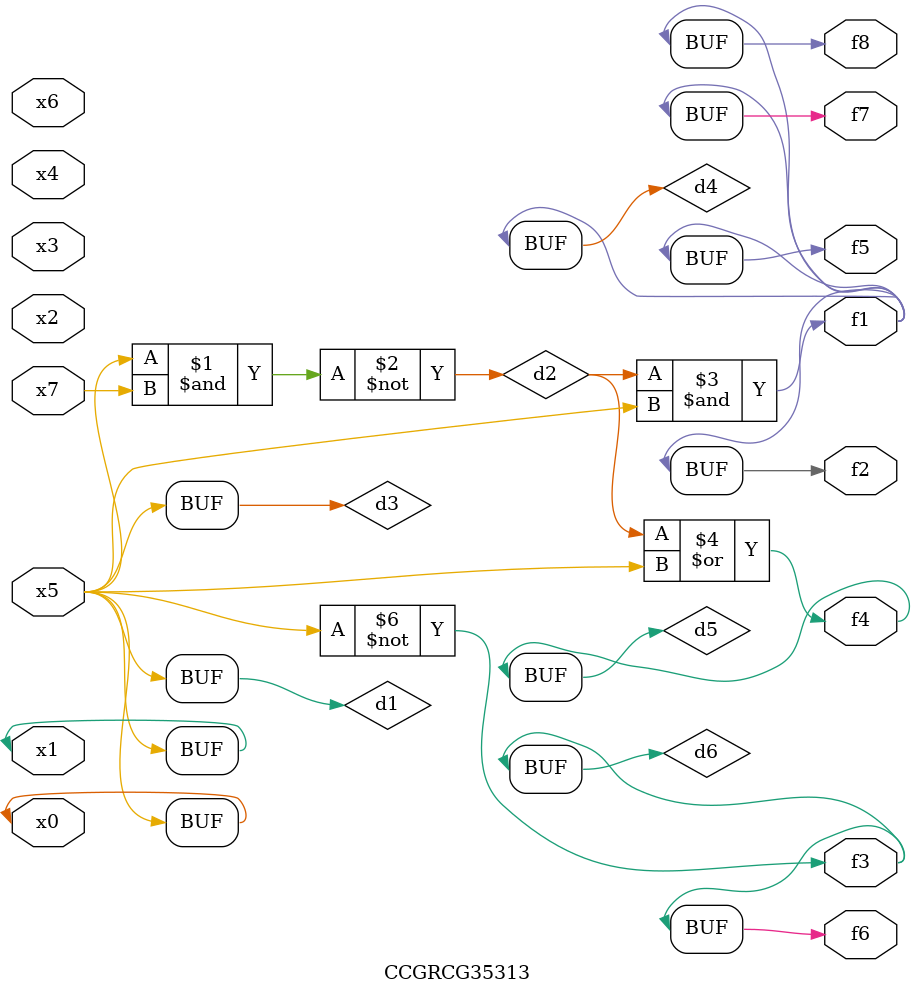
<source format=v>
module CCGRCG35313(
	input x0, x1, x2, x3, x4, x5, x6, x7,
	output f1, f2, f3, f4, f5, f6, f7, f8
);

	wire d1, d2, d3, d4, d5, d6;

	buf (d1, x0, x5);
	nand (d2, x5, x7);
	buf (d3, x0, x1);
	and (d4, d2, d3);
	or (d5, d2, d3);
	nor (d6, d1, d3);
	assign f1 = d4;
	assign f2 = d4;
	assign f3 = d6;
	assign f4 = d5;
	assign f5 = d4;
	assign f6 = d6;
	assign f7 = d4;
	assign f8 = d4;
endmodule

</source>
